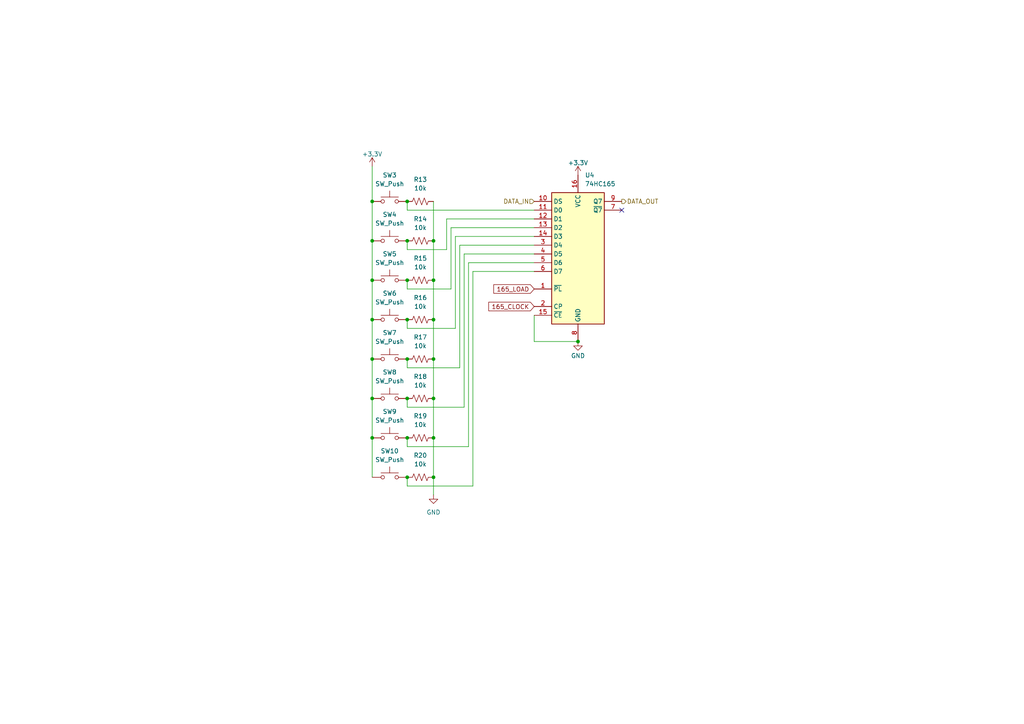
<source format=kicad_sch>
(kicad_sch (version 20230121) (generator eeschema)
  (paper "A4")
  (lib_symbols
    (symbol "74xx:74HC165"
      (property "Reference" "U" (at -7.62 19.05 0))
      (property "Value" "74HC165" (at -7.62 -21.59 0))
      (symbol "74HC165_1_0"
        (pin input line (at -12.7 -10.16 0) (length 5.08) (name "~{PL}") (number "1"))
        (pin input line (at -12.7 15.24 0) (length 5.08) (name "DS") (number "10"))
        (pin input line (at -12.7 12.7 0) (length 5.08) (name "D0") (number "11"))
        (pin input line (at -12.7 10.16 0) (length 5.08) (name "D1") (number "12"))
        (pin input line (at -12.7 7.62 0) (length 5.08) (name "D2") (number "13"))
        (pin input line (at -12.7 5.08 0) (length 5.08) (name "D3") (number "14"))
        (pin input line (at -12.7 -17.78 0) (length 5.08) (name "~{CE}") (number "15"))
        (pin power_in line (at 0 22.86 270) (length 5.08) (name "VCC") (number "16"))
        (pin input line (at -12.7 -15.24 0) (length 5.08) (name "CP") (number "2"))
        (pin input line (at -12.7 2.54 0) (length 5.08) (name "D4") (number "3"))
        (pin input line (at -12.7 0 0) (length 5.08) (name "D5") (number "4"))
        (pin input line (at -12.7 -2.54 0) (length 5.08) (name "D6") (number "5"))
        (pin input line (at -12.7 -5.08 0) (length 5.08) (name "D7") (number "6"))
        (pin output line (at 12.7 12.7 180) (length 5.08) (name "~{Q7}") (number "7"))
        (pin power_in line (at 0 -25.4 90) (length 5.08) (name "GND") (number "8"))
        (pin output line (at 12.7 15.24 180) (length 5.08) (name "Q7") (number "9"))
      )
      (symbol "74HC165_1_1"
        (rectangle (start -7.62 17.78) (end 7.62 -20.32) (stroke (width 0.254)) (fill (type background)))
      )
    )
    (symbol "Device:R_US" (pin_numbers hide) (pin_names (offset 0))
      (property "Reference" "R" (at 2.54 0 90))
      (property "Value" "R_US" (at -2.54 0 90))
      (symbol "R_US_0_1"
        (polyline (pts (xy 0 -2.286) (xy 0 -2.54)))
        (polyline (pts (xy 0 2.286) (xy 0 2.54)))
        (polyline (pts (xy 0 -0.762) (xy 1.016 -1.143) (xy 0 -1.524) (xy -1.016 -1.905) (xy 0 -2.286)))
        (polyline (pts (xy 0 0.762) (xy 1.016 0.381) (xy 0 0) (xy -1.016 -0.381) (xy 0 -0.762)))
        (polyline (pts (xy 0 2.286) (xy 1.016 1.905) (xy 0 1.524) (xy -1.016 1.143) (xy 0 0.762)))
      )
      (symbol "R_US_1_1"
        (pin passive line (at 0 3.81 270) (length 1.27) (name "~") (number "1"))
        (pin passive line (at 0 -3.81 90) (length 1.27) (name "~") (number "2"))
      )
    )
    (symbol "Switch:SW_Push" (pin_numbers hide) (pin_names (offset 1.016) hide)
      (property "Reference" "SW" (at 1.27 2.54 0))
      (property "Value" "SW_Push" (at 0 -1.524 0))
      (symbol "SW_Push_0_1"
        (circle (center -2.032 0) (radius 0.508))
        (polyline (pts (xy 0 1.27) (xy 0 3.048)))
        (polyline (pts (xy 2.54 1.27) (xy -2.54 1.27)))
        (circle (center 2.032 0) (radius 0.508))
        (pin passive line (at -5.08 0 0) (length 2.54) (name "1") (number "1"))
        (pin passive line (at 5.08 0 180) (length 2.54) (name "2") (number "2"))
      )
    )
    (symbol "power:+3.3V" (power) (pin_names (offset 0))
      (property "Value" "+3.3V" (at 0 3.556 0))
      (symbol "+3.3V_0_1"
        (polyline (pts (xy -0.762 1.27) (xy 0 2.54)))
        (polyline (pts (xy 0 0) (xy 0 2.54)))
        (polyline (pts (xy 0 2.54) (xy 0.762 1.27)))
      )
      (symbol "+3.3V_1_1"
        (pin power_in line (at 0 0 90) (length 0) hide (name "+3.3V") (number "1"))
      )
    )
    (symbol "power:GND" (power) (pin_names (offset 0))
      (property "Value" "GND" (at 0 -3.81 0))
      (symbol "GND_0_1"
        (polyline (pts (xy 0 0) (xy 0 -1.27) (xy 1.27 -1.27) (xy 0 -2.54) (xy -1.27 -1.27) (xy 0 -1.27)))
      )
      (symbol "GND_1_1"
        (pin power_in line (at 0 0 270) (length 0) hide (name "GND") (number "1"))
      )
    )
  )
  (junction (at 118.11 138.43))
  (junction (at 118.11 69.85))
  (junction (at 118.11 127))
  (junction (at 107.95 69.85))
  (junction (at 125.73 69.85))
  (junction (at 107.95 81.28))
  (junction (at 118.11 92.71))
  (junction (at 107.95 104.14))
  (junction (at 125.73 104.14))
  (junction (at 167.64 99.06))
  (junction (at 118.11 104.14))
  (junction (at 125.73 81.28))
  (junction (at 125.73 92.71))
  (junction (at 107.95 115.57))
  (junction (at 118.11 58.42))
  (junction (at 125.73 138.43))
  (junction (at 107.95 127))
  (junction (at 107.95 58.42))
  (junction (at 118.11 115.57))
  (junction (at 107.95 92.71))
  (junction (at 118.11 81.28))
  (junction (at 125.73 127))
  (junction (at 125.73 115.57))
  (no_connect (at 180.34 60.96))
  (wire (pts (xy 135.89 129.54) (xy 135.89 76.2)))
  (wire (pts (xy 133.35 71.12) (xy 154.94 71.12)))
  (wire (pts (xy 125.73 138.43) (xy 125.73 143.51)))
  (wire (pts (xy 125.73 127) (xy 125.73 138.43)))
  (wire (pts (xy 118.11 129.54) (xy 135.89 129.54)))
  (wire (pts (xy 107.95 104.14) (xy 107.95 115.57)))
  (wire (pts (xy 125.73 58.42) (xy 125.73 69.85)))
  (wire (pts (xy 118.11 115.57) (xy 118.11 118.11)))
  (wire (pts (xy 137.16 78.74) (xy 154.94 78.74)))
  (wire (pts (xy 125.73 69.85) (xy 125.73 81.28)))
  (wire (pts (xy 129.54 72.39) (xy 129.54 63.5)))
  (wire (pts (xy 125.73 104.14) (xy 125.73 115.57)))
  (wire (pts (xy 133.35 106.68) (xy 133.35 71.12)))
  (wire (pts (xy 154.94 91.44) (xy 154.94 99.06)))
  (wire (pts (xy 132.08 95.25) (xy 132.08 68.58)))
  (wire (pts (xy 130.81 66.04) (xy 130.81 83.82)))
  (wire (pts (xy 134.62 118.11) (xy 134.62 73.66)))
  (wire (pts (xy 107.95 115.57) (xy 107.95 127)))
  (wire (pts (xy 118.11 106.68) (xy 133.35 106.68)))
  (wire (pts (xy 137.16 140.97) (xy 137.16 78.74)))
  (wire (pts (xy 125.73 92.71) (xy 125.73 104.14)))
  (wire (pts (xy 118.11 127) (xy 118.11 129.54)))
  (wire (pts (xy 118.11 60.96) (xy 154.94 60.96)))
  (wire (pts (xy 107.95 48.26) (xy 107.95 58.42)))
  (wire (pts (xy 154.94 66.04) (xy 130.81 66.04)))
  (wire (pts (xy 132.08 68.58) (xy 154.94 68.58)))
  (wire (pts (xy 118.11 104.14) (xy 118.11 106.68)))
  (wire (pts (xy 118.11 72.39) (xy 129.54 72.39)))
  (wire (pts (xy 118.11 69.85) (xy 118.11 72.39)))
  (wire (pts (xy 118.11 95.25) (xy 132.08 95.25)))
  (wire (pts (xy 107.95 69.85) (xy 107.95 81.28)))
  (wire (pts (xy 107.95 58.42) (xy 107.95 69.85)))
  (wire (pts (xy 125.73 115.57) (xy 125.73 127)))
  (wire (pts (xy 118.11 92.71) (xy 118.11 95.25)))
  (wire (pts (xy 134.62 73.66) (xy 154.94 73.66)))
  (wire (pts (xy 107.95 92.71) (xy 107.95 104.14)))
  (wire (pts (xy 118.11 118.11) (xy 134.62 118.11)))
  (wire (pts (xy 118.11 58.42) (xy 118.11 60.96)))
  (wire (pts (xy 107.95 81.28) (xy 107.95 92.71)))
  (wire (pts (xy 130.81 83.82) (xy 118.11 83.82)))
  (wire (pts (xy 135.89 76.2) (xy 154.94 76.2)))
  (wire (pts (xy 118.11 140.97) (xy 137.16 140.97)))
  (wire (pts (xy 118.11 138.43) (xy 118.11 140.97)))
  (wire (pts (xy 107.95 127) (xy 107.95 138.43)))
  (wire (pts (xy 125.73 81.28) (xy 125.73 92.71)))
  (wire (pts (xy 118.11 83.82) (xy 118.11 81.28)))
  (wire (pts (xy 129.54 63.5) (xy 154.94 63.5)))
  (wire (pts (xy 154.94 99.06) (xy 167.64 99.06)))
  (global_label "165_CLOCK" (shape input) (at 154.94 88.9 180) (property "Intersheetrefs" "${INTERSHEET_REFS}" (effects hide)))
  (global_label "165_LOAD" (shape input) (at 154.94 83.82 180) (property "Intersheetrefs" "${INTERSHEET_REFS}" (effects hide)))
  (hierarchical_label "DATA_IN" (shape input) (at 154.94 58.42 180))
  (hierarchical_label "DATA_OUT" (shape output) (at 180.34 58.42 0))
  (symbol (lib_id "Switch:SW_Push") (at 113.03 115.57 0) (unit 1)
    (property "Reference" "SW8" (at 113.03 107.95 0))
    (property "Value" "SW_Push" (at 113.03 110.49 0))
    (property "Footprint" "Button_Switch_THT:SW_PUSH_6mm" (effects hide))
    (instances (project "dk2_03_top" (path "" (reference "SW8") (unit 1)) (path "" (reference "SW16") (unit 1)) (path "" (reference "SW22") (unit 1))))
  )
  (symbol (lib_id "74xx:74HC165") (at 167.64 73.66 0) (unit 1)
    (property "Reference" "U4" (at 169.6594 50.8 0) (effects (justify left)))
    (property "Value" "74HC165" (at 169.6594 53.34 0) (effects (justify left)))
    (property "Footprint" "Package_SO:SOIC-16_3.9x9.9mm_P1.27mm" (effects hide))
    (property "Datasheet" "https://assets.nexperia.com/documents/data-sheet/74HC_HCT165.pdf" (effects hide))
    (instances (project "dk2_03_top" (path "" (reference "U4") (unit 1)) (path "" (reference "U5") (unit 1)) (path "" (reference "U10") (unit 1))))
  )
  (symbol (lib_id "Device:R_US") (at 121.92 92.71 90) (unit 1)
    (property "Reference" "R16" (at 121.92 86.36 90))
    (property "Value" "10k" (at 121.92 88.9 90))
    (property "Footprint" "Resistor_SMD:R_0603_1608Metric" (effects hide))
    (instances (project "dk2_03_top" (path "" (reference "R16") (unit 1)) (path "" (reference "R24") (unit 1)) (path "" (reference "R44") (unit 1))))
  )
  (symbol (lib_id "Switch:SW_Push") (at 113.03 81.28 0) (unit 1)
    (property "Reference" "SW5" (at 113.03 73.66 0))
    (property "Value" "SW_Push" (at 113.03 76.2 0))
    (property "Footprint" "Button_Switch_THT:SW_PUSH_6mm" (effects hide))
    (instances (project "dk2_03_top" (path "" (reference "SW5") (unit 1)) (path "" (reference "SW13") (unit 1)) (path "" (reference "SW19") (unit 1))))
  )
  (symbol (lib_id "Device:R_US") (at 121.92 69.85 90) (unit 1)
    (property "Reference" "R14" (at 121.92 63.5 90))
    (property "Value" "10k" (at 121.92 66.04 90))
    (property "Footprint" "Resistor_SMD:R_0603_1608Metric" (effects hide))
    (instances (project "dk2_03_top" (path "" (reference "R14") (unit 1)) (path "" (reference "R22") (unit 1)) (path "" (reference "R42") (unit 1))))
  )
  (symbol (lib_id "Switch:SW_Push") (at 113.03 92.71 0) (unit 1)
    (property "Reference" "SW6" (at 113.03 85.09 0))
    (property "Value" "SW_Push" (at 113.03 87.63 0))
    (property "Footprint" "Button_Switch_THT:SW_PUSH_6mm" (effects hide))
    (instances (project "dk2_03_top" (path "" (reference "SW6") (unit 1)) (path "" (reference "SW14") (unit 1)) (path "" (reference "SW20") (unit 1))))
  )
  (symbol (lib_id "Device:R_US") (at 121.92 58.42 90) (unit 1)
    (property "Reference" "R13" (at 121.92 52.07 90))
    (property "Value" "10k" (at 121.92 54.61 90))
    (property "Footprint" "Resistor_SMD:R_0603_1608Metric" (effects hide))
    (instances (project "dk2_03_top" (path "" (reference "R13") (unit 1)) (path "" (reference "R21") (unit 1)) (path "" (reference "R41") (unit 1))))
  )
  (symbol (lib_id "Switch:SW_Push") (at 113.03 69.85 0) (unit 1)
    (property "Reference" "SW4" (at 113.03 62.23 0))
    (property "Value" "SW_Push" (at 113.03 64.77 0))
    (property "Footprint" "Button_Switch_THT:SW_PUSH_6mm" (effects hide))
    (instances (project "dk2_03_top" (path "" (reference "SW4") (unit 1)) (path "" (reference "SW12") (unit 1)) (path "" (reference "SW2") (unit 1))))
  )
  (symbol (lib_id "power:+3.3V") (at 107.95 48.26 0) (unit 1)
    (property "Reference" "#PWR028" (effects hide))
    (property "Value" "+3.3V" (at 107.95 44.704 0))
    (instances (project "dk2_03_top" (path "" (reference "#PWR028") (unit 1)) (path "" (reference "#PWR032") (unit 1)) (path "" (reference "#PWR07") (unit 1))))
  )
  (symbol (lib_id "Device:R_US") (at 121.92 81.28 90) (unit 1)
    (property "Reference" "R15" (at 121.92 74.93 90))
    (property "Value" "10k" (at 121.92 77.47 90))
    (property "Footprint" "Resistor_SMD:R_0603_1608Metric" (effects hide))
    (instances (project "dk2_03_top" (path "" (reference "R15") (unit 1)) (path "" (reference "R23") (unit 1)) (path "" (reference "R43") (unit 1))))
  )
  (symbol (lib_id "power:GND") (at 125.73 143.51 0) (unit 1)
    (property "Reference" "#PWR029" (effects hide))
    (property "Value" "GND" (at 125.73 148.59 0))
    (instances (project "dk2_03_top" (path "" (reference "#PWR029") (unit 1)) (path "" (reference "#PWR033") (unit 1)) (path "" (reference "#PWR010") (unit 1))))
  )
  (symbol (lib_id "Switch:SW_Push") (at 113.03 104.14 0) (unit 1)
    (property "Reference" "SW7" (at 113.03 96.52 0))
    (property "Value" "SW_Push" (at 113.03 99.06 0))
    (property "Footprint" "Button_Switch_THT:SW_PUSH_6mm" (effects hide))
    (instances (project "dk2_03_top" (path "" (reference "SW7") (unit 1)) (path "" (reference "SW15") (unit 1)) (path "" (reference "SW21") (unit 1))))
  )
  (symbol (lib_id "Switch:SW_Push") (at 113.03 138.43 0) (unit 1)
    (property "Reference" "SW10" (at 113.03 130.81 0))
    (property "Value" "SW_Push" (at 113.03 133.35 0))
    (property "Footprint" "Button_Switch_THT:SW_PUSH_6mm" (effects hide))
    (instances (project "dk2_03_top" (path "" (reference "SW10") (unit 1)) (path "" (reference "SW18") (unit 1)) (path "" (reference "SW24") (unit 1))))
  )
  (symbol (lib_id "Device:R_US") (at 121.92 127 90) (unit 1)
    (property "Reference" "R19" (at 121.92 120.65 90))
    (property "Value" "10k" (at 121.92 123.19 90))
    (property "Footprint" "Resistor_SMD:R_0603_1608Metric" (effects hide))
    (instances (project "dk2_03_top" (path "" (reference "R19") (unit 1)) (path "" (reference "R27") (unit 1)) (path "" (reference "R47") (unit 1))))
  )
  (symbol (lib_id "power:+3.3V") (at 167.64 50.8 0) (unit 1)
    (property "Reference" "#PWR?" (effects hide))
    (property "Value" "+3.3V" (at 167.64 47.244 0))
    (instances (project "dk2_03_top" (path "" (reference "#PWR?") (unit 1)) (path "" (reference "#PWR030") (unit 1)) (path "" (reference "#PWR034") (unit 1)) (path "" (reference "#PWR011") (unit 1))))
  )
  (symbol (lib_id "Switch:SW_Push") (at 113.03 127 0) (unit 1)
    (property "Reference" "SW9" (at 113.03 119.38 0))
    (property "Value" "SW_Push" (at 113.03 121.92 0))
    (property "Footprint" "Button_Switch_THT:SW_PUSH_6mm" (effects hide))
    (instances (project "dk2_03_top" (path "" (reference "SW9") (unit 1)) (path "" (reference "SW17") (unit 1)) (path "" (reference "SW23") (unit 1))))
  )
  (symbol (lib_id "Device:R_US") (at 121.92 115.57 90) (unit 1)
    (property "Reference" "R18" (at 121.92 109.22 90))
    (property "Value" "10k" (at 121.92 111.76 90))
    (property "Footprint" "Resistor_SMD:R_0603_1608Metric" (effects hide))
    (instances (project "dk2_03_top" (path "" (reference "R18") (unit 1)) (path "" (reference "R26") (unit 1)) (path "" (reference "R46") (unit 1))))
  )
  (symbol (lib_id "power:GND") (at 167.64 99.06 0) (unit 1)
    (property "Reference" "#PWR031" (effects hide))
    (property "Value" "GND" (at 167.64 103.1955 0))
    (instances (project "dk2_03_top" (path "" (reference "#PWR031") (unit 1)) (path "" (reference "#PWR035") (unit 1)) (path "" (reference "#PWR020") (unit 1))))
  )
  (symbol (lib_id "Device:R_US") (at 121.92 138.43 90) (unit 1)
    (property "Reference" "R20" (at 121.92 132.08 90))
    (property "Value" "10k" (at 121.92 134.62 90))
    (property "Footprint" "Resistor_SMD:R_0603_1608Metric" (effects hide))
    (instances (project "dk2_03_top" (path "" (reference "R20") (unit 1)) (path "" (reference "R28") (unit 1)) (path "" (reference "R48") (unit 1))))
  )
  (symbol (lib_id "Device:R_US") (at 121.92 104.14 90) (unit 1)
    (property "Reference" "R17" (at 121.92 97.79 90))
    (property "Value" "10k" (at 121.92 100.33 90))
    (property "Footprint" "Resistor_SMD:R_0603_1608Metric" (effects hide))
    (instances (project "dk2_03_top" (path "" (reference "R17") (unit 1)) (path "" (reference "R25") (unit 1)) (path "" (reference "R45") (unit 1))))
  )
  (symbol (lib_id "Switch:SW_Push") (at 113.03 58.42 0) (unit 1)
    (property "Reference" "SW3" (at 113.03 50.8 0))
    (property "Value" "SW_Push" (at 113.03 53.34 0))
    (property "Footprint" "Button_Switch_THT:SW_PUSH_6mm" (effects hide))
    (instances (project "dk2_03_top" (path "" (reference "SW3") (unit 1)) (path "" (reference "SW11") (unit 1)) (path "" (reference "SW1") (unit 1))))
  )
)
</source>
